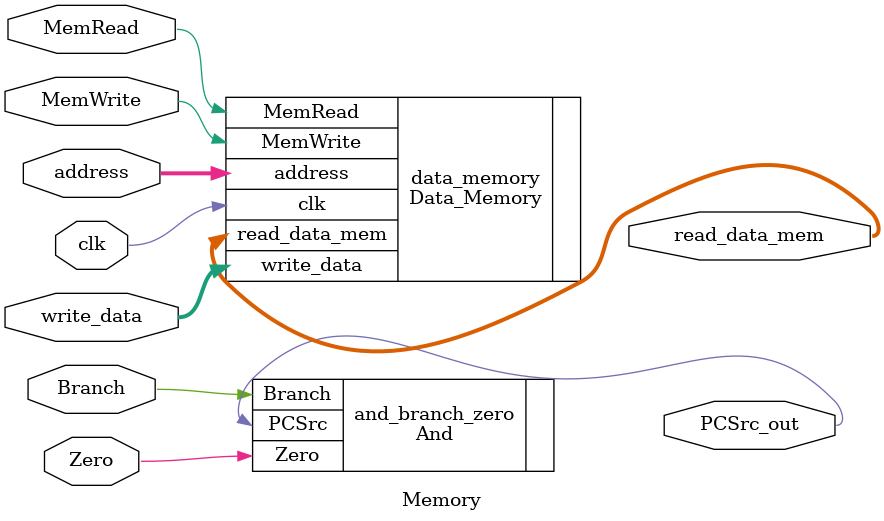
<source format=v>
`timescale 1ns / 1ps
module Memory(
	input clk,
	input [15:0] address,
	input [15:0] write_data,
	input MemWrite,
	input MemRead,
	input Branch,
	input Zero,
	
	output reg [15:0] read_data_mem,
	output PCSrc_out
    );
	
	
	And and_branch_zero (
    .Branch(Branch), 
    .Zero(Zero), 
    .PCSrc(PCSrc_out)
    );
	 
	 
	Data_Memory data_memory (
    .clk(clk), 
    .address(address), 
    .write_data(write_data), 
    .MemWrite(MemWrite), 
    .MemRead(MemRead), 
    .read_data_mem(read_data_mem)
    );
	
endmodule

</source>
